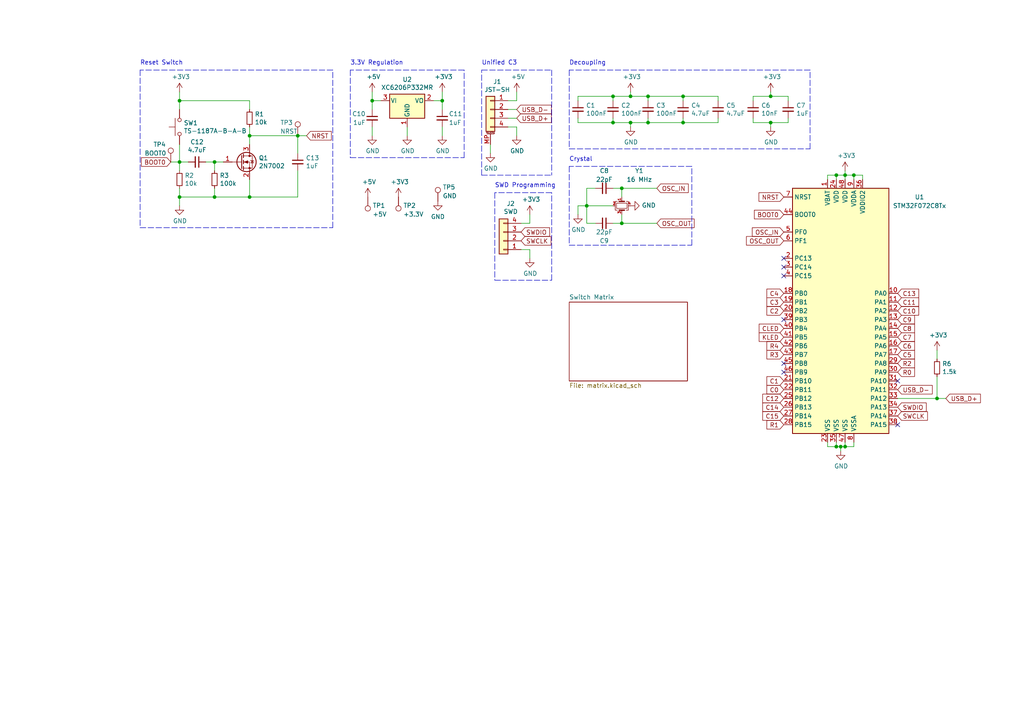
<source format=kicad_sch>
(kicad_sch (version 20211123) (generator eeschema)
  (paper "A4")
  (title_block (title "Akihabara 65") (date "2021-12-31") (rev "0.3") (company "Takahashi Kanako"))
  (lib_symbols
    (symbol "Connector:TestPoint" (pin_numbers hide) (pin_names (offset 0.762) hide)
      (property "Reference" "TP" (at 0 6.858 0))
      (property "Value" "TestPoint" (at 0 5.08 0))
      (symbol "TestPoint_0_1"
        (circle (center 0 3.302) (radius 0.762))
      )
      (symbol "TestPoint_1_1"
        (pin passive line (at 0 0 90) (length 2.54) (name "1") (number "1"))
      )
    )
    (symbol "Connector_Generic:Conn_01x04" (pin_names (offset 1.016) hide)
      (property "Reference" "J" (at 0 5.08 0))
      (property "Value" "Conn_01x04" (at 0 -7.62 0))
      (symbol "Conn_01x04_1_1"
        (rectangle (start -1.27 -4.953) (end 0 -5.207) (stroke (width 0.1524)))
        (rectangle (start -1.27 -2.413) (end 0 -2.667) (stroke (width 0.1524)))
        (rectangle (start -1.27 0.127) (end 0 -0.127) (stroke (width 0.1524)))
        (rectangle (start -1.27 2.667) (end 0 2.413) (stroke (width 0.1524)))
        (rectangle (start -1.27 3.81) (end 1.27 -6.35) (stroke (width 0.254)) (fill (type background)))
        (pin passive line (at -5.08 2.54 0) (length 3.81) (name "Pin_1") (number "1"))
        (pin passive line (at -5.08 0 0) (length 3.81) (name "Pin_2") (number "2"))
        (pin passive line (at -5.08 -2.54 0) (length 3.81) (name "Pin_3") (number "3"))
        (pin passive line (at -5.08 -5.08 0) (length 3.81) (name "Pin_4") (number "4"))
      )
    )
    (symbol "Connector_Generic_MountingPin:Conn_01x04_MountingPin" (pin_names (offset 1.016) hide)
      (property "Reference" "J" (at 0 5.08 0))
      (property "Value" "Conn_01x04_MountingPin" (at 1.27 -7.62 0))
      (symbol "Conn_01x04_MountingPin_1_1"
        (rectangle (start -1.27 -4.953) (end 0 -5.207) (stroke (width 0.1524)))
        (rectangle (start -1.27 -2.413) (end 0 -2.667) (stroke (width 0.1524)))
        (rectangle (start -1.27 0.127) (end 0 -0.127) (stroke (width 0.1524)))
        (rectangle (start -1.27 2.667) (end 0 2.413) (stroke (width 0.1524)))
        (rectangle (start -1.27 3.81) (end 1.27 -6.35) (stroke (width 0.254)) (fill (type background)))
        (polyline (pts (xy -1.016 -7.112) (xy 1.016 -7.112)) (stroke (width 0.1524)))
        (text "Mounting" (at 0 -6.731 0) (effects (font (size 0.381 0.381))))
        (pin passive line (at -5.08 2.54 0) (length 3.81) (name "Pin_1") (number "1"))
        (pin passive line (at -5.08 0 0) (length 3.81) (name "Pin_2") (number "2"))
        (pin passive line (at -5.08 -2.54 0) (length 3.81) (name "Pin_3") (number "3"))
        (pin passive line (at -5.08 -5.08 0) (length 3.81) (name "Pin_4") (number "4"))
        (pin passive line (at 0 -10.16 90) (length 3.048) (name "MountPin") (number "MP"))
      )
    )
    (symbol "Device:C_Small" (pin_numbers hide) (pin_names (offset 0.254) hide)
      (property "Reference" "C" (at 0.254 1.778 0))
      (property "Value" "C_Small" (at 0.254 -2.032 0))
      (symbol "C_Small_0_1"
        (polyline (pts (xy -1.524 -0.508) (xy 1.524 -0.508)) (stroke (width 0.3302)))
        (polyline (pts (xy -1.524 0.508) (xy 1.524 0.508)) (stroke (width 0.3048)))
      )
      (symbol "C_Small_1_1"
        (pin passive line (at 0 2.54 270) (length 2.032) (name "~") (number "1"))
        (pin passive line (at 0 -2.54 90) (length 2.032) (name "~") (number "2"))
      )
    )
    (symbol "Device:Crystal_GND24_Small" (pin_names (offset 1.016) hide)
      (property "Reference" "Y" (at 1.27 4.445 0))
      (property "Value" "Crystal_GND24_Small" (at 1.27 2.54 0))
      (symbol "Crystal_GND24_Small_0_1"
        (rectangle (start -0.762 -1.524) (end 0.762 1.524))
        (polyline (pts (xy -1.27 -0.762) (xy -1.27 0.762)) (stroke (width 0.381)))
        (polyline (pts (xy 1.27 -0.762) (xy 1.27 0.762)) (stroke (width 0.381)))
        (polyline (pts (xy -1.27 -1.27) (xy -1.27 -1.905) (xy 1.27 -1.905) (xy 1.27 -1.27)))
        (polyline (pts (xy -1.27 1.27) (xy -1.27 1.905) (xy 1.27 1.905) (xy 1.27 1.27)))
      )
      (symbol "Crystal_GND24_Small_1_1"
        (pin passive line (at -2.54 0 0) (length 1.27) (name "1") (number "1"))
        (pin passive line (at 0 -2.54 90) (length 0.635) (name "2") (number "2"))
        (pin passive line (at 2.54 0 180) (length 1.27) (name "3") (number "3"))
        (pin passive line (at 0 2.54 270) (length 0.635) (name "4") (number "4"))
      )
    )
    (symbol "Device:Q_NMOS_GSD" (pin_names (offset 0) hide)
      (property "Reference" "Q" (at 5.08 1.27 0))
      (property "Value" "Q_NMOS_GSD" (at 5.08 -1.27 0))
      (symbol "Q_NMOS_GSD_0_1"
        (polyline (pts (xy 0.254 0) (xy -2.54 0)))
        (polyline (pts (xy 0.254 1.905) (xy 0.254 -1.905)) (stroke (width 0.254)))
        (polyline (pts (xy 0.762 -1.27) (xy 0.762 -2.286)) (stroke (width 0.254)))
        (polyline (pts (xy 0.762 0.508) (xy 0.762 -0.508)) (stroke (width 0.254)))
        (polyline (pts (xy 0.762 2.286) (xy 0.762 1.27)) (stroke (width 0.254)))
        (polyline (pts (xy 2.54 2.54) (xy 2.54 1.778)))
        (polyline (pts (xy 2.54 -2.54) (xy 2.54 0) (xy 0.762 0)))
        (polyline (pts (xy 0.762 -1.778) (xy 3.302 -1.778) (xy 3.302 1.778) (xy 0.762 1.778)))
        (polyline (pts (xy 1.016 0) (xy 2.032 0.381) (xy 2.032 -0.381) (xy 1.016 0)) (fill (type outline)))
        (polyline (pts (xy 2.794 0.508) (xy 2.921 0.381) (xy 3.683 0.381) (xy 3.81 0.254)))
        (polyline (pts (xy 3.302 0.381) (xy 2.921 -0.254) (xy 3.683 -0.254) (xy 3.302 0.381)))
        (circle (center 1.651 0) (radius 2.794) (stroke (width 0.254)))
        (circle (center 2.54 -1.778) (radius 0.254) (fill (type outline)))
        (circle (center 2.54 1.778) (radius 0.254) (fill (type outline)))
      )
      (symbol "Q_NMOS_GSD_1_1"
        (pin input line (at -5.08 0 0) (length 2.54) (name "G") (number "1"))
        (pin passive line (at 2.54 -5.08 90) (length 2.54) (name "S") (number "2"))
        (pin passive line (at 2.54 5.08 270) (length 2.54) (name "D") (number "3"))
      )
    )
    (symbol "Device:R_Small" (pin_numbers hide) (pin_names (offset 0.254) hide)
      (property "Reference" "R" (at 0.762 0.508 0))
      (property "Value" "R_Small" (at 0.762 -1.016 0))
      (symbol "R_Small_0_1"
        (rectangle (start -0.762 1.778) (end 0.762 -1.778) (stroke (width 0.2032)))
      )
      (symbol "R_Small_1_1"
        (pin passive line (at 0 2.54 270) (length 0.762) (name "~") (number "1"))
        (pin passive line (at 0 -2.54 90) (length 0.762) (name "~") (number "2"))
      )
    )
    (symbol "MCU_ST_STM32F0:STM32F072C8Tx"
      (property "Reference" "U" (at -15.24 36.83 0))
      (property "Value" "STM32F072C8Tx" (at 7.62 36.83 0))
      (symbol "STM32F072C8Tx_0_1"
        (rectangle (start -15.24 -35.56) (end 12.7 35.56) (stroke (width 0.254)) (fill (type background)))
      )
      (symbol "STM32F072C8Tx_1_1"
        (pin power_in line (at -5.08 38.1 270) (length 2.54) (name "VBAT") (number "1"))
        (pin bidirectional line (at 15.24 5.08 180) (length 2.54) (name "PA0") (number "10"))
        (pin bidirectional line (at 15.24 2.54 180) (length 2.54) (name "PA1") (number "11"))
        (pin bidirectional line (at 15.24 0 180) (length 2.54) (name "PA2") (number "12"))
        (pin bidirectional line (at 15.24 -2.54 180) (length 2.54) (name "PA3") (number "13"))
        (pin bidirectional line (at 15.24 -5.08 180) (length 2.54) (name "PA4") (number "14"))
        (pin bidirectional line (at 15.24 -7.62 180) (length 2.54) (name "PA5") (number "15"))
        (pin bidirectional line (at 15.24 -10.16 180) (length 2.54) (name "PA6") (number "16"))
        (pin bidirectional line (at 15.24 -12.7 180) (length 2.54) (name "PA7") (number "17"))
        (pin bidirectional line (at -17.78 5.08 0) (length 2.54) (name "PB0") (number "18"))
        (pin bidirectional line (at -17.78 2.54 0) (length 2.54) (name "PB1") (number "19"))
        (pin bidirectional line (at -17.78 15.24 0) (length 2.54) (name "PC13") (number "2"))
        (pin bidirectional line (at -17.78 0 0) (length 2.54) (name "PB2") (number "20"))
        (pin bidirectional line (at -17.78 -20.32 0) (length 2.54) (name "PB10") (number "21"))
        (pin bidirectional line (at -17.78 -22.86 0) (length 2.54) (name "PB11") (number "22"))
        (pin power_in line (at -5.08 -38.1 90) (length 2.54) (name "VSS") (number "23"))
        (pin power_in line (at -2.54 38.1 270) (length 2.54) (name "VDD") (number "24"))
        (pin bidirectional line (at -17.78 -25.4 0) (length 2.54) (name "PB12") (number "25"))
        (pin bidirectional line (at -17.78 -27.94 0) (length 2.54) (name "PB13") (number "26"))
        (pin bidirectional line (at -17.78 -30.48 0) (length 2.54) (name "PB14") (number "27"))
        (pin bidirectional line (at -17.78 -33.02 0) (length 2.54) (name "PB15") (number "28"))
        (pin bidirectional line (at 15.24 -15.24 180) (length 2.54) (name "PA8") (number "29"))
        (pin bidirectional line (at -17.78 12.7 0) (length 2.54) (name "PC14") (number "3"))
        (pin bidirectional line (at 15.24 -17.78 180) (length 2.54) (name "PA9") (number "30"))
        (pin bidirectional line (at 15.24 -20.32 180) (length 2.54) (name "PA10") (number "31"))
        (pin bidirectional line (at 15.24 -22.86 180) (length 2.54) (name "PA11") (number "32"))
        (pin bidirectional line (at 15.24 -25.4 180) (length 2.54) (name "PA12") (number "33"))
        (pin bidirectional line (at 15.24 -27.94 180) (length 2.54) (name "PA13") (number "34"))
        (pin power_in line (at -2.54 -38.1 90) (length 2.54) (name "VSS") (number "35"))
        (pin power_in line (at 5.08 38.1 270) (length 2.54) (name "VDDIO2") (number "36"))
        (pin bidirectional line (at 15.24 -30.48 180) (length 2.54) (name "PA14") (number "37"))
        (pin bidirectional line (at 15.24 -33.02 180) (length 2.54) (name "PA15") (number "38"))
        (pin bidirectional line (at -17.78 -2.54 0) (length 2.54) (name "PB3") (number "39"))
        (pin bidirectional line (at -17.78 10.16 0) (length 2.54) (name "PC15") (number "4"))
        (pin bidirectional line (at -17.78 -5.08 0) (length 2.54) (name "PB4") (number "40"))
        (pin bidirectional line (at -17.78 -7.62 0) (length 2.54) (name "PB5") (number "41"))
        (pin bidirectional line (at -17.78 -10.16 0) (length 2.54) (name "PB6") (number "42"))
        (pin bidirectional line (at -17.78 -12.7 0) (length 2.54) (name "PB7") (number "43"))
        (pin input line (at -17.78 27.94 0) (length 2.54) (name "BOOT0") (number "44"))
        (pin bidirectional line (at -17.78 -15.24 0) (length 2.54) (name "PB8") (number "45"))
        (pin bidirectional line (at -17.78 -17.78 0) (length 2.54) (name "PB9") (number "46"))
        (pin power_in line (at 0 -38.1 90) (length 2.54) (name "VSS") (number "47"))
        (pin power_in line (at 0 38.1 270) (length 2.54) (name "VDD") (number "48"))
        (pin input line (at -17.78 22.86 0) (length 2.54) (name "PF0") (number "5"))
        (pin input line (at -17.78 20.32 0) (length 2.54) (name "PF1") (number "6"))
        (pin input line (at -17.78 33.02 0) (length 2.54) (name "NRST") (number "7"))
        (pin power_in line (at 2.54 -38.1 90) (length 2.54) (name "VSSA") (number "8"))
        (pin power_in line (at 2.54 38.1 270) (length 2.54) (name "VDDA") (number "9"))
      )
    )
    (symbol "Regulator_Linear:XC6206PxxxMR" (pin_names (offset 0.254))
      (property "Reference" "U" (at -3.81 3.175 0))
      (property "Value" "XC6206PxxxMR" (at 0 3.175 0))
      (symbol "XC6206PxxxMR_0_1"
        (rectangle (start -5.08 1.905) (end 5.08 -5.08) (stroke (width 0.254)) (fill (type background)))
      )
      (symbol "XC6206PxxxMR_1_1"
        (pin power_in line (at 0 -7.62 90) (length 2.54) (name "GND") (number "1"))
        (pin power_out line (at 7.62 0 180) (length 2.54) (name "VO") (number "2"))
        (pin power_in line (at -7.62 0 0) (length 2.54) (name "VI") (number "3"))
      )
    )
    (symbol "Switch:SW_Push" (pin_numbers hide) (pin_names (offset 1.016) hide)
      (property "Reference" "SW" (at 1.27 2.54 0))
      (property "Value" "SW_Push" (at 0 -1.524 0))
      (symbol "SW_Push_0_1"
        (circle (center -2.032 0) (radius 0.508))
        (polyline (pts (xy 0 1.27) (xy 0 3.048)))
        (polyline (pts (xy 2.54 1.27) (xy -2.54 1.27)))
        (circle (center 2.032 0) (radius 0.508))
        (pin passive line (at -5.08 0 0) (length 2.54) (name "1") (number "1"))
        (pin passive line (at 5.08 0 180) (length 2.54) (name "2") (number "2"))
      )
    )
    (symbol "power:+3V3" (power) (pin_names (offset 0))
      (property "Value" "+3V3" (at 0 3.556 0))
      (symbol "+3V3_0_1"
        (polyline (pts (xy -0.762 1.27) (xy 0 2.54)))
        (polyline (pts (xy 0 0) (xy 0 2.54)))
        (polyline (pts (xy 0 2.54) (xy 0.762 1.27)))
      )
      (symbol "+3V3_1_1"
        (pin power_in line (at 0 0 90) (length 0) hide (name "+3V3") (number "1"))
      )
    )
    (symbol "power:+5V" (power) (pin_names (offset 0))
      (property "Value" "+5V" (at 0 3.556 0))
      (symbol "+5V_0_1"
        (polyline (pts (xy -0.762 1.27) (xy 0 2.54)))
        (polyline (pts (xy 0 0) (xy 0 2.54)))
        (polyline (pts (xy 0 2.54) (xy 0.762 1.27)))
      )
      (symbol "+5V_1_1"
        (pin power_in line (at 0 0 90) (length 0) hide (name "+5V") (number "1"))
      )
    )
    (symbol "power:GND" (power) (pin_names (offset 0))
      (property "Value" "GND" (at 0 -3.81 0))
      (symbol "GND_0_1"
        (polyline (pts (xy 0 0) (xy 0 -1.27) (xy 1.27 -1.27) (xy 0 -2.54) (xy -1.27 -1.27) (xy 0 -1.27)))
      )
      (symbol "GND_1_1"
        (pin power_in line (at 0 0 270) (length 0) hide (name "GND") (number "1"))
      )
    )
  )
  (junction (at 245.11 50.8))
  (junction (at 52.07 29.21))
  (junction (at 198.12 35.56))
  (junction (at 243.84 129.54))
  (junction (at 245.11 129.54))
  (junction (at 128.27 29.21))
  (junction (at 223.52 35.56))
  (junction (at 182.88 35.56))
  (junction (at 62.23 57.15))
  (junction (at 242.57 50.8))
  (junction (at 187.96 27.94))
  (junction (at 180.34 64.77))
  (junction (at 52.07 57.15))
  (junction (at 72.39 57.15))
  (junction (at 107.95 29.21))
  (junction (at 72.39 39.37))
  (junction (at 177.8 35.56))
  (junction (at 187.96 35.56))
  (junction (at 62.23 46.99))
  (junction (at 52.07 46.99))
  (junction (at 247.65 50.8))
  (junction (at 182.88 27.94))
  (junction (at 198.12 27.94))
  (junction (at 170.18 59.69))
  (junction (at 223.52 27.94))
  (junction (at 177.8 27.94))
  (junction (at 86.36 39.37))
  (junction (at 271.78 115.57))
  (junction (at 242.57 129.54))
  (junction (at 180.34 54.61))
  (no_connect (at 260.35 110.49))
  (no_connect (at 260.35 123.19))
  (no_connect (at 227.33 107.95))
  (no_connect (at 227.33 105.41))
  (no_connect (at 227.33 74.93))
  (no_connect (at 227.33 80.01))
  (no_connect (at 227.33 77.47))
  (no_connect (at 227.33 92.71))
  (wire (pts (xy 167.64 59.69) (xy 167.64 62.23)))
  (wire (pts (xy 62.23 57.15) (xy 62.23 54.61)))
  (wire (pts (xy 245.11 50.8) (xy 245.11 52.07)))
  (wire (pts (xy 167.64 29.21) (xy 167.64 27.94)))
  (wire (pts (xy 177.8 64.77) (xy 180.34 64.77)))
  (wire (pts (xy 62.23 46.99) (xy 62.23 49.53)))
  (wire (pts (xy 223.52 27.94) (xy 223.52 26.67)))
  (wire (pts (xy 271.78 109.22) (xy 271.78 115.57)))
  (wire (pts (xy 218.44 27.94) (xy 223.52 27.94)))
  (wire (pts (xy 182.88 27.94) (xy 187.96 27.94)))
  (polyline (pts (xy 134.62 20.32) (xy 101.6 20.32)))
  (wire (pts (xy 223.52 35.56) (xy 228.6 35.56)))
  (wire (pts (xy 271.78 104.14) (xy 271.78 101.6)))
  (wire (pts (xy 128.27 29.21) (xy 128.27 31.75)))
  (wire (pts (xy 243.84 129.54) (xy 245.11 129.54)))
  (wire (pts (xy 218.44 29.21) (xy 218.44 27.94)))
  (wire (pts (xy 128.27 39.37) (xy 128.27 36.83)))
  (wire (pts (xy 182.88 36.83) (xy 182.88 35.56)))
  (wire (pts (xy 86.36 39.37) (xy 86.36 44.45)))
  (wire (pts (xy 177.8 34.29) (xy 177.8 35.56)))
  (polyline (pts (xy 134.62 45.72) (xy 134.62 20.32)))
  (wire (pts (xy 107.95 31.75) (xy 107.95 29.21)))
  (wire (pts (xy 240.03 128.27) (xy 240.03 129.54)))
  (wire (pts (xy 52.07 49.53) (xy 52.07 46.99)))
  (wire (pts (xy 151.13 64.77) (xy 153.67 64.77)))
  (polyline (pts (xy 165.1 43.18) (xy 234.95 43.18)))
  (wire (pts (xy 52.07 41.91) (xy 52.07 46.99)))
  (wire (pts (xy 59.69 46.99) (xy 62.23 46.99)))
  (wire (pts (xy 180.34 57.15) (xy 180.34 54.61)))
  (wire (pts (xy 208.28 35.56) (xy 208.28 34.29)))
  (wire (pts (xy 260.35 115.57) (xy 271.78 115.57)))
  (polyline (pts (xy 96.52 20.32) (xy 40.64 20.32)))
  (wire (pts (xy 49.53 46.99) (xy 52.07 46.99)))
  (wire (pts (xy 240.03 52.07) (xy 240.03 50.8)))
  (wire (pts (xy 149.86 29.21) (xy 149.86 26.67)))
  (polyline (pts (xy 143.51 81.28) (xy 160.02 81.28)))
  (polyline (pts (xy 160.02 81.28) (xy 160.02 55.88)))
  (wire (pts (xy 147.32 29.21) (xy 149.86 29.21)))
  (polyline (pts (xy 139.7 20.32) (xy 160.02 20.32)))
  (wire (pts (xy 52.07 31.75) (xy 52.07 29.21)))
  (wire (pts (xy 245.11 49.53) (xy 245.11 50.8)))
  (wire (pts (xy 198.12 35.56) (xy 208.28 35.56)))
  (wire (pts (xy 72.39 29.21) (xy 72.39 31.75)))
  (wire (pts (xy 72.39 36.83) (xy 72.39 39.37)))
  (wire (pts (xy 198.12 35.56) (xy 198.12 34.29)))
  (wire (pts (xy 72.39 57.15) (xy 86.36 57.15)))
  (polyline (pts (xy 40.64 20.32) (xy 40.64 66.04)))
  (polyline (pts (xy 101.6 20.32) (xy 101.6 45.72)))
  (polyline (pts (xy 165.1 71.12) (xy 200.66 71.12)))
  (wire (pts (xy 187.96 35.56) (xy 198.12 35.56)))
  (wire (pts (xy 187.96 27.94) (xy 187.96 29.21)))
  (wire (pts (xy 170.18 64.77) (xy 172.72 64.77)))
  (wire (pts (xy 240.03 50.8) (xy 242.57 50.8)))
  (wire (pts (xy 177.8 59.69) (xy 170.18 59.69)))
  (wire (pts (xy 177.8 54.61) (xy 180.34 54.61)))
  (wire (pts (xy 167.64 34.29) (xy 167.64 35.56)))
  (wire (pts (xy 52.07 57.15) (xy 62.23 57.15)))
  (polyline (pts (xy 165.1 20.32) (xy 165.1 43.18)))
  (wire (pts (xy 107.95 39.37) (xy 107.95 36.83)))
  (wire (pts (xy 107.95 29.21) (xy 110.49 29.21)))
  (wire (pts (xy 62.23 57.15) (xy 72.39 57.15)))
  (wire (pts (xy 167.64 35.56) (xy 177.8 35.56)))
  (wire (pts (xy 250.19 50.8) (xy 250.19 52.07)))
  (wire (pts (xy 228.6 35.56) (xy 228.6 34.29)))
  (wire (pts (xy 223.52 27.94) (xy 228.6 27.94)))
  (polyline (pts (xy 160.02 55.88) (xy 143.51 55.88)))
  (wire (pts (xy 180.34 54.61) (xy 190.5 54.61)))
  (wire (pts (xy 72.39 39.37) (xy 86.36 39.37)))
  (wire (pts (xy 180.34 62.23) (xy 180.34 64.77)))
  (polyline (pts (xy 101.6 45.72) (xy 134.62 45.72)))
  (wire (pts (xy 243.84 130.81) (xy 243.84 129.54)))
  (wire (pts (xy 153.67 72.39) (xy 153.67 74.93)))
  (polyline (pts (xy 160.02 20.32) (xy 160.02 50.8)))
  (wire (pts (xy 170.18 59.69) (xy 170.18 64.77)))
  (wire (pts (xy 149.86 36.83) (xy 149.86 39.37)))
  (wire (pts (xy 247.65 50.8) (xy 247.65 52.07)))
  (wire (pts (xy 177.8 27.94) (xy 177.8 29.21)))
  (wire (pts (xy 271.78 115.57) (xy 274.32 115.57)))
  (wire (pts (xy 147.32 31.75) (xy 149.86 31.75)))
  (wire (pts (xy 228.6 27.94) (xy 228.6 29.21)))
  (wire (pts (xy 172.72 54.61) (xy 170.18 54.61)))
  (polyline (pts (xy 234.95 20.32) (xy 165.1 20.32)))
  (polyline (pts (xy 139.7 50.8) (xy 160.02 50.8)))
  (wire (pts (xy 198.12 27.94) (xy 198.12 29.21)))
  (wire (pts (xy 177.8 35.56) (xy 182.88 35.56)))
  (wire (pts (xy 147.32 36.83) (xy 149.86 36.83)))
  (polyline (pts (xy 165.1 48.26) (xy 165.1 71.12)))
  (wire (pts (xy 147.32 34.29) (xy 149.86 34.29)))
  (wire (pts (xy 118.11 39.37) (xy 118.11 36.83)))
  (wire (pts (xy 245.11 50.8) (xy 247.65 50.8)))
  (wire (pts (xy 182.88 35.56) (xy 187.96 35.56)))
  (wire (pts (xy 177.8 27.94) (xy 182.88 27.94)))
  (polyline (pts (xy 200.66 48.26) (xy 165.1 48.26)))
  (wire (pts (xy 223.52 36.83) (xy 223.52 35.56)))
  (wire (pts (xy 52.07 26.67) (xy 52.07 29.21)))
  (wire (pts (xy 247.65 129.54) (xy 247.65 128.27)))
  (wire (pts (xy 86.36 57.15) (xy 86.36 49.53)))
  (wire (pts (xy 245.11 129.54) (xy 247.65 129.54)))
  (wire (pts (xy 245.11 129.54) (xy 245.11 128.27)))
  (wire (pts (xy 62.23 46.99) (xy 64.77 46.99)))
  (polyline (pts (xy 234.95 43.18) (xy 234.95 20.32)))
  (wire (pts (xy 242.57 50.8) (xy 242.57 52.07)))
  (wire (pts (xy 52.07 46.99) (xy 54.61 46.99)))
  (polyline (pts (xy 96.52 66.04) (xy 96.52 20.32)))
  (wire (pts (xy 242.57 129.54) (xy 242.57 128.27)))
  (wire (pts (xy 240.03 129.54) (xy 242.57 129.54)))
  (wire (pts (xy 247.65 50.8) (xy 250.19 50.8)))
  (wire (pts (xy 88.9 39.37) (xy 86.36 39.37)))
  (wire (pts (xy 242.57 129.54) (xy 243.84 129.54)))
  (wire (pts (xy 153.67 64.77) (xy 153.67 62.23)))
  (wire (pts (xy 151.13 72.39) (xy 153.67 72.39)))
  (polyline (pts (xy 200.66 71.12) (xy 200.66 48.26)))
  (wire (pts (xy 198.12 27.94) (xy 208.28 27.94)))
  (wire (pts (xy 167.64 27.94) (xy 177.8 27.94)))
  (polyline (pts (xy 40.64 66.04) (xy 96.52 66.04)))
  (wire (pts (xy 242.57 50.8) (xy 245.11 50.8)))
  (polyline (pts (xy 143.51 55.88) (xy 143.51 81.28)))
  (wire (pts (xy 218.44 34.29) (xy 218.44 35.56)))
  (wire (pts (xy 107.95 26.67) (xy 107.95 29.21)))
  (wire (pts (xy 218.44 35.56) (xy 223.52 35.56)))
  (wire (pts (xy 52.07 29.21) (xy 72.39 29.21)))
  (wire (pts (xy 187.96 34.29) (xy 187.96 35.56)))
  (wire (pts (xy 180.34 64.77) (xy 190.5 64.77)))
  (wire (pts (xy 182.88 27.94) (xy 182.88 26.67)))
  (wire (pts (xy 125.73 29.21) (xy 128.27 29.21)))
  (wire (pts (xy 170.18 54.61) (xy 170.18 59.69)))
  (wire (pts (xy 72.39 57.15) (xy 72.39 52.07)))
  (wire (pts (xy 52.07 54.61) (xy 52.07 57.15)))
  (wire (pts (xy 142.24 41.91) (xy 142.24 44.45)))
  (wire (pts (xy 52.07 57.15) (xy 52.07 59.69)))
  (wire (pts (xy 128.27 29.21) (xy 128.27 26.67)))
  (wire (pts (xy 187.96 27.94) (xy 198.12 27.94)))
  (wire (pts (xy 208.28 27.94) (xy 208.28 29.21)))
  (wire (pts (xy 72.39 39.37) (xy 72.39 41.91)))
  (wire (pts (xy 170.18 59.69) (xy 167.64 59.69)))
  (polyline (pts (xy 139.7 50.8) (xy 139.7 20.32)))
  (text "Reset Switch" (at 40.64 19.05 0) (effects (font (size 1.27 1.27)) (justify left bottom)))
  (text "3.3V Regulation" (at 101.6 19.05 0) (effects (font (size 1.27 1.27)) (justify left bottom)))
  (text "SWD Programming" (at 143.51 54.61 0) (effects (font (size 1.27 1.27)) (justify left bottom)))
  (text "Decoupling" (at 165.1 19.05 0) (effects (font (size 1.27 1.27)) (justify left bottom)))
  (text "Crystal" (at 165.1 46.99 0) (effects (font (size 1.27 1.27)) (justify left bottom)))
  (text "Unified C3" (at 139.7 19.05 0) (effects (font (size 1.27 1.27)) (justify left bottom)))
  (global_label "C1" (shape input) (at 227.33 110.49 180) (property "Intersheet References" "${INTERSHEET_REFS}" (effects hide)))
  (global_label "C13" (shape input) (at 260.35 85.09 0) (property "Intersheet References" "${INTERSHEET_REFS}" (effects hide)))
  (global_label "C10" (shape input) (at 260.35 90.17 0) (property "Intersheet References" "${INTERSHEET_REFS}" (effects hide)))
  (global_label "BOOT0" (shape input) (at 227.33 62.23 180) (property "Intersheet References" "${INTERSHEET_REFS}" (effects hide)))
  (global_label "SWCLK" (shape input) (at 260.35 120.65 0) (property "Intersheet References" "${INTERSHEET_REFS}" (effects hide)))
  (global_label "OSC_IN" (shape input) (at 190.5 54.61 0) (property "Intersheet References" "${INTERSHEET_REFS}" (effects hide)))
  (global_label "SWDIO" (shape input) (at 260.35 118.11 0) (property "Intersheet References" "${INTERSHEET_REFS}" (effects hide)))
  (global_label "KLED" (shape input) (at 227.33 97.79 180) (property "Intersheet References" "${INTERSHEET_REFS}" (effects hide)))
  (global_label "R0" (shape input) (at 260.35 107.95 0) (property "Intersheet References" "${INTERSHEET_REFS}" (effects hide)))
  (global_label "C11" (shape input) (at 260.35 87.63 0) (property "Intersheet References" "${INTERSHEET_REFS}" (effects hide)))
  (global_label "C6" (shape input) (at 260.35 100.33 0) (property "Intersheet References" "${INTERSHEET_REFS}" (effects hide)))
  (global_label "OSC_OUT" (shape input) (at 227.33 69.85 180) (property "Intersheet References" "${INTERSHEET_REFS}" (effects hide)))
  (global_label "USB_D-" (shape input) (at 260.35 113.03 0) (property "Intersheet References" "${INTERSHEET_REFS}" (effects hide)))
  (global_label "R2" (shape input) (at 260.35 105.41 0) (property "Intersheet References" "${INTERSHEET_REFS}" (effects hide)))
  (global_label "C8" (shape input) (at 260.35 95.25 0) (property "Intersheet References" "${INTERSHEET_REFS}" (effects hide)))
  (global_label "C2" (shape input) (at 227.33 90.17 180) (property "Intersheet References" "${INTERSHEET_REFS}" (effects hide)))
  (global_label "SWDIO" (shape input) (at 151.13 67.31 0) (property "Intersheet References" "${INTERSHEET_REFS}" (effects hide)))
  (global_label "C14" (shape input) (at 227.33 118.11 180) (property "Intersheet References" "${INTERSHEET_REFS}" (effects hide)))
  (global_label "C9" (shape input) (at 260.35 92.71 0) (property "Intersheet References" "${INTERSHEET_REFS}" (effects hide)))
  (global_label "NRST" (shape input) (at 227.33 57.15 180) (property "Intersheet References" "${INTERSHEET_REFS}" (effects hide)))
  (global_label "C12" (shape input) (at 227.33 115.57 180) (property "Intersheet References" "${INTERSHEET_REFS}" (effects hide)))
  (global_label "C5" (shape input) (at 260.35 102.87 0) (property "Intersheet References" "${INTERSHEET_REFS}" (effects hide)))
  (global_label "SWCLK" (shape input) (at 151.13 69.85 0) (property "Intersheet References" "${INTERSHEET_REFS}" (effects hide)))
  (global_label "OSC_IN" (shape input) (at 227.33 67.31 180) (property "Intersheet References" "${INTERSHEET_REFS}" (effects hide)))
  (global_label "OSC_OUT" (shape input) (at 190.5 64.77 0) (property "Intersheet References" "${INTERSHEET_REFS}" (effects hide)))
  (global_label "USB_D-" (shape input) (at 149.86 31.75 0) (property "Intersheet References" "${INTERSHEET_REFS}" (effects hide)))
  (global_label "C7" (shape input) (at 260.35 97.79 0) (property "Intersheet References" "${INTERSHEET_REFS}" (effects hide)))
  (global_label "CLED" (shape input) (at 227.33 95.25 180) (property "Intersheet References" "${INTERSHEET_REFS}" (effects hide)))
  (global_label "C0" (shape input) (at 227.33 113.03 180) (property "Intersheet References" "${INTERSHEET_REFS}" (effects hide)))
  (global_label "C3" (shape input) (at 227.33 87.63 180) (property "Intersheet References" "${INTERSHEET_REFS}" (effects hide)))
  (global_label "R1" (shape input) (at 227.33 123.19 180) (property "Intersheet References" "${INTERSHEET_REFS}" (effects hide)))
  (global_label "USB_D+" (shape input) (at 149.86 34.29 0) (property "Intersheet References" "${INTERSHEET_REFS}" (effects hide)))
  (global_label "R3" (shape input) (at 227.33 102.87 180) (property "Intersheet References" "${INTERSHEET_REFS}" (effects hide)))
  (global_label "USB_D+" (shape input) (at 274.32 115.57 0) (property "Intersheet References" "${INTERSHEET_REFS}" (effects hide)))
  (global_label "C4" (shape input) (at 227.33 85.09 180) (property "Intersheet References" "${INTERSHEET_REFS}" (effects hide)))
  (global_label "BOOT0" (shape input) (at 49.53 46.99 180) (property "Intersheet References" "${INTERSHEET_REFS}" (effects hide)))
  (global_label "NRST" (shape input) (at 88.9 39.37 0) (property "Intersheet References" "${INTERSHEET_REFS}" (effects hide)))
  (global_label "R4" (shape input) (at 227.33 100.33 180) (property "Intersheet References" "${INTERSHEET_REFS}" (effects hide)))
  (global_label "C15" (shape input) (at 227.33 120.65 180) (property "Intersheet References" "${INTERSHEET_REFS}" (effects hide)))
  (symbol (lib_id "power:+3V3") (at 245.11 49.53 0) (unit 1)
    (property "Reference" "#PWR05" (effects hide))
    (property "Value" "+3V3" (at 245.491 45.1358 0))
  )
  (symbol (lib_id "power:GND") (at 243.84 130.81 0) (unit 1)
    (property "Reference" "#PWR08" (effects hide))
    (property "Value" "GND" (at 243.967 135.2042 0))
  )
  (symbol (lib_id "Device:C_Small") (at 177.8 31.75 0) (unit 1)
    (property "Reference" "C2" (at 180.1368 30.5816 0) (effects (justify left)))
    (property "Value" "100nF" (at 180.1368 32.893 0) (effects (justify left)))
    (property "Footprint" "Capacitor_SMD:C_0805_2012Metric" (effects hide))
    (property "LCSC" "C28233" (effects hide))
  )
  (symbol (lib_id "Device:C_Small") (at 167.64 31.75 0) (unit 1)
    (property "Reference" "C1" (at 169.9768 30.5816 0) (effects (justify left)))
    (property "Value" "100nF" (at 169.9768 32.893 0) (effects (justify left)))
    (property "Footprint" "Capacitor_SMD:C_0805_2012Metric" (effects hide))
    (property "LCSC" "C28233" (effects hide))
  )
  (symbol (lib_id "Device:C_Small") (at 198.12 31.75 0) (unit 1)
    (property "Reference" "C4" (at 200.4568 30.5816 0) (effects (justify left)))
    (property "Value" "4.7uF" (at 200.4568 32.893 0) (effects (justify left)))
    (property "Footprint" "Capacitor_SMD:C_0805_2012Metric" (effects hide))
    (property "LCSC" "C1779" (effects hide))
  )
  (symbol (lib_id "Device:C_Small") (at 187.96 31.75 0) (unit 1)
    (property "Reference" "C3" (at 190.2968 30.5816 0) (effects (justify left)))
    (property "Value" "100nF" (at 190.2968 32.893 0) (effects (justify left)))
    (property "Footprint" "Capacitor_SMD:C_0805_2012Metric" (effects hide))
    (property "LCSC" "C28233" (effects hide))
  )
  (symbol (lib_id "Device:C_Small") (at 218.44 31.75 0) (unit 1)
    (property "Reference" "C6" (at 220.7768 30.5816 0) (effects (justify left)))
    (property "Value" "10nF" (at 220.7768 32.893 0) (effects (justify left)))
    (property "Footprint" "Capacitor_SMD:C_0805_2012Metric" (effects hide))
    (property "LCSC" "C1710" (effects hide))
  )
  (symbol (lib_id "Device:C_Small") (at 228.6 31.75 0) (unit 1)
    (property "Reference" "C7" (at 230.9368 30.5816 0) (effects (justify left)))
    (property "Value" "1uF" (at 230.9368 32.893 0) (effects (justify left)))
    (property "Footprint" "Capacitor_SMD:C_0805_2012Metric" (effects hide))
    (property "LCSC" "0805" (effects hide))
  )
  (symbol (lib_id "power:+3V3") (at 223.52 26.67 0) (unit 1)
    (property "Reference" "#PWR02" (effects hide))
    (property "Value" "+3V3" (at 223.901 22.2758 0))
  )
  (symbol (lib_id "power:+3V3") (at 182.88 26.67 0) (unit 1)
    (property "Reference" "#PWR01" (effects hide))
    (property "Value" "+3V3" (at 183.261 22.2758 0))
  )
  (symbol (lib_id "power:GND") (at 182.88 36.83 0) (unit 1)
    (property "Reference" "#PWR03" (effects hide))
    (property "Value" "GND" (at 183.007 41.2242 0))
  )
  (symbol (lib_id "power:GND") (at 223.52 36.83 0) (unit 1)
    (property "Reference" "#PWR04" (effects hide))
    (property "Value" "GND" (at 223.647 41.2242 0))
  )
  (symbol (lib_id "Connector_Generic:Conn_01x04") (at 146.05 69.85 180) (unit 1)
    (property "Reference" "J2" (at 148.1328 59.055 0))
    (property "Value" "SWD" (at 148.1328 61.3664 0))
    (property "Footprint" "Connector_PinHeader_2.54mm:PinHeader_1x04_P2.54mm_Vertical" (effects hide))
  )
  (symbol (lib_id "MCU_ST_STM32F0:STM32F072C8Tx") (at 245.11 90.17 0) (unit 1)
    (property "Reference" "U1" (at 266.7 57.15 0))
    (property "Value" "STM32F072C8Tx" (at 266.7 59.69 0))
    (property "Footprint" "Package_QFP:LQFP-48_7x7mm_P0.5mm" (effects hide))
    (property "Datasheet" "http://www.st.com/st-web-ui/static/active/en/resource/technical/document/datasheet/DM00090510.pdf" (effects hide))
    (property "LCSC" "C80488" (effects hide))
  )
  (symbol (lib_id "Device:Crystal_GND24_Small") (at 180.34 59.69 270) (unit 1) (in_bom no)
    (property "Reference" "Y1" (at 185.42 49.53 90))
    (property "Value" "16 MHz" (at 185.42 52.07 90))
    (property "Footprint" "Crystal:Crystal_SMD_3225-4Pin_3.2x2.5mm" (effects hide))
    (property "LCSC" "C13738" (effects hide))
  )
  (symbol (lib_id "Device:C_Small") (at 175.26 54.61 270) (unit 1) (in_bom no)
    (property "Reference" "C8" (at 175.26 49.53 90))
    (property "Value" "22pF" (at 175.26 52.07 90))
    (property "Footprint" "Capacitor_SMD:C_0805_2012Metric" (effects hide))
    (property "LCSC" "C1794" (effects hide))
  )
  (symbol (lib_id "Device:C_Small") (at 175.26 64.77 270) (unit 1) (in_bom no)
    (property "Reference" "C9" (at 175.26 69.85 90))
    (property "Value" "22pF" (at 175.26 67.31 90))
    (property "Footprint" "Capacitor_SMD:C_0805_2012Metric" (effects hide))
    (property "LCSC" "C1794" (effects hide))
  )
  (symbol (lib_id "power:GND") (at 153.67 74.93 0) (unit 1)
    (property "Reference" "#PWR0104" (effects hide))
    (property "Value" "GND" (at 153.797 79.3242 0))
  )
  (symbol (lib_id "power:+3V3") (at 153.67 62.23 0) (unit 1)
    (property "Reference" "#PWR0105" (effects hide))
    (property "Value" "+3V3" (at 154.051 57.8358 0))
  )
  (symbol (lib_id "Device:C_Small") (at 208.28 31.75 0) (unit 1)
    (property "Reference" "C5" (at 210.6168 30.5816 0) (effects (justify left)))
    (property "Value" "4.7uF" (at 210.6168 32.893 0) (effects (justify left)))
    (property "Footprint" "Capacitor_SMD:C_0805_2012Metric" (effects hide))
    (property "LCSC" "C1779" (effects hide))
  )
  (symbol (lib_id "power:GND") (at 167.64 62.23 0) (unit 1)
    (property "Reference" "#PWR07" (effects hide))
    (property "Value" "GND" (at 167.767 66.6242 0))
  )
  (symbol (lib_id "power:GND") (at 182.88 59.69 90) (unit 1)
    (property "Reference" "#PWR06" (effects hide))
    (property "Value" "GND" (at 186.1312 59.563 90) (effects (justify right)))
  )
  (symbol (lib_id "Device:R_Small") (at 271.78 106.68 0) (unit 1) (in_bom no)
    (property "Reference" "R6" (at 273.2786 105.5116 0) (effects (justify left)))
    (property "Value" "1.5k" (at 273.2786 107.823 0) (effects (justify left)))
    (property "Footprint" "Resistor_SMD:R_0805_2012Metric" (effects hide))
    (property "LCSC" "C4310" (effects hide))
  )
  (symbol (lib_id "power:+3V3") (at 271.78 101.6 0) (unit 1)
    (property "Reference" "#PWR018" (effects hide))
    (property "Value" "+3V3" (at 272.161 97.2058 0))
  )
  (symbol (lib_id "Connector_Generic_MountingPin:Conn_01x04_MountingPin") (at 142.24 31.75 0) (mirror y) (unit 1)
    (property "Reference" "J1" (at 144.2212 23.6982 0))
    (property "Value" "JST-SH" (at 144.2212 26.0096 0))
    (property "Footprint" "Connector_JST:JST_SH_SM04B-SRSS-TB_1x04-1MP_P1.00mm_Horizontal" (effects hide))
  )
  (symbol (lib_id "power:+5V") (at 149.86 26.67 0) (unit 1)
    (property "Reference" "#PWR011" (effects hide))
    (property "Value" "+5V" (at 150.241 22.2758 0))
  )
  (symbol (lib_id "power:GND") (at 149.86 39.37 0) (unit 1)
    (property "Reference" "#PWR014" (effects hide))
    (property "Value" "GND" (at 149.987 43.7642 0))
  )
  (symbol (lib_id "power:GND") (at 142.24 44.45 0) (unit 1)
    (property "Reference" "#PWR015" (effects hide))
    (property "Value" "GND" (at 142.367 48.8442 0))
  )
  (symbol (lib_id "power:GND") (at 118.11 39.37 0) (unit 1)
    (property "Reference" "#PWR012" (effects hide))
    (property "Value" "GND" (at 118.237 43.7642 0))
  )
  (symbol (lib_id "power:GND") (at 128.27 39.37 0) (unit 1)
    (property "Reference" "#PWR013" (effects hide))
    (property "Value" "GND" (at 128.397 43.7642 0))
  )
  (symbol (lib_id "power:+5V") (at 107.95 26.67 0) (unit 1)
    (property "Reference" "#PWR09" (effects hide))
    (property "Value" "+5V" (at 108.331 22.2758 0))
  )
  (symbol (lib_id "power:+3V3") (at 128.27 26.67 0) (unit 1)
    (property "Reference" "#PWR010" (effects hide))
    (property "Value" "+3V3" (at 128.651 22.2758 0))
  )
  (symbol (lib_id "Device:Q_NMOS_GSD") (at 69.85 46.99 0) (unit 1)
    (property "Reference" "Q1" (at 75.0316 45.8216 0) (effects (justify left)))
    (property "Value" "2N7002" (at 75.0316 48.133 0) (effects (justify left)))
    (property "Footprint" "Package_TO_SOT_SMD:SOT-23" (effects hide))
    (property "LCSC" "C8545" (effects hide))
  )
  (symbol (lib_id "Device:R_Small") (at 52.07 52.07 0) (unit 1)
    (property "Reference" "R2" (at 53.5686 50.9016 0) (effects (justify left)))
    (property "Value" "10k" (at 53.5686 53.213 0) (effects (justify left)))
    (property "Footprint" "Resistor_SMD:R_0805_2012Metric" (effects hide))
    (property "LCSC" "C17414" (effects hide))
  )
  (symbol (lib_id "Device:R_Small") (at 62.23 52.07 0) (unit 1)
    (property "Reference" "R3" (at 63.7286 50.9016 0) (effects (justify left)))
    (property "Value" "100k" (at 63.7286 53.213 0) (effects (justify left)))
    (property "Footprint" "Resistor_SMD:R_0805_2012Metric" (effects hide))
    (property "LCSC" "C17407" (effects hide))
  )
  (symbol (lib_id "Device:R_Small") (at 72.39 34.29 0) (unit 1)
    (property "Reference" "R1" (at 73.8886 33.1216 0) (effects (justify left)))
    (property "Value" "10k" (at 73.8886 35.433 0) (effects (justify left)))
    (property "Footprint" "Resistor_SMD:R_0805_2012Metric" (effects hide))
    (property "LCSC" "C17414" (effects hide))
  )
  (symbol (lib_id "Device:C_Small") (at 57.15 46.99 270) (unit 1)
    (property "Reference" "C12" (at 57.15 41.1734 90))
    (property "Value" "4.7uF" (at 57.15 43.4848 90))
    (property "Footprint" "Capacitor_SMD:C_0805_2012Metric" (effects hide))
    (property "LCSC" "C1779" (effects hide))
  )
  (symbol (lib_id "Device:C_Small") (at 86.36 46.99 0) (unit 1)
    (property "Reference" "C13" (at 88.6968 45.8216 0) (effects (justify left)))
    (property "Value" "1uF" (at 88.6968 48.133 0) (effects (justify left)))
    (property "Footprint" "Capacitor_SMD:C_0805_2012Metric" (effects hide))
    (property "LCSC" "0805" (effects hide))
  )
  (symbol (lib_id "Switch:SW_Push") (at 52.07 36.83 90) (unit 1)
    (property "Reference" "SW1" (at 53.2892 35.6616 90) (effects (justify right)))
    (property "Value" "TS-1187A-B-A-B" (at 53.2892 37.973 90) (effects (justify right)))
    (property "Footprint" "Button_Switch_SMD:SW_SPST_TL3342" (effects hide))
    (property "LCSC" "C318884" (effects hide))
  )
  (symbol (lib_id "power:GND") (at 52.07 59.69 0) (unit 1)
    (property "Reference" "#PWR017" (effects hide))
    (property "Value" "GND" (at 52.197 64.0842 0))
  )
  (symbol (lib_id "power:+3V3") (at 52.07 26.67 0) (unit 1)
    (property "Reference" "#PWR016" (effects hide))
    (property "Value" "+3V3" (at 52.451 22.2758 0))
  )
  (symbol (lib_id "Regulator_Linear:XC6206PxxxMR") (at 118.11 29.21 0) (unit 1)
    (property "Reference" "U2" (at 118.11 23.0632 0))
    (property "Value" "XC6206P332MR" (at 118.11 25.3746 0))
    (property "Footprint" "Package_TO_SOT_SMD:SOT-23" (effects hide))
    (property "Datasheet" "https://www.torexsemi.com/file/xc6206/XC6206.pdf" (effects hide))
    (property "LCSC" "C5446" (effects hide))
  )
  (symbol (lib_id "Device:C_Small") (at 107.95 34.29 0) (unit 1)
    (property "Reference" "C10" (at 106.045 33.02 0) (effects (justify right)))
    (property "Value" "1uF" (at 106.045 35.56 0) (effects (justify right)))
    (property "Footprint" "Capacitor_SMD:C_0805_2012Metric" (effects hide))
    (property "LCSC" "0805" (effects hide))
  )
  (symbol (lib_id "Device:C_Small") (at 128.27 34.29 0) (unit 1)
    (property "Reference" "C11" (at 130.175 33.02 0) (effects (justify left)))
    (property "Value" "1uF" (at 130.175 35.56 0) (effects (justify left)))
    (property "Footprint" "Capacitor_SMD:C_0805_2012Metric" (effects hide))
    (property "LCSC" "0805" (effects hide))
  )
  (symbol (lib_id "power:GND") (at 107.95 39.37 0) (unit 1)
    (property "Reference" "#PWR0103" (effects hide))
    (property "Value" "GND" (at 108.077 43.7642 0))
  )
  (symbol (lib_id "Connector:TestPoint") (at 127 58.42 0) (unit 1)
    (property "Reference" "TP5" (at 128.397 54.2833 0) (effects (justify left)))
    (property "Value" "GND" (at 128.397 56.8202 0) (effects (justify left)))
    (property "Footprint" "TestPoint:TestPoint_Pad_1.0x1.0mm" (effects hide))
  )
  (symbol (lib_id "power:+3V3") (at 115.57 57.15 0) (unit 1)
    (property "Reference" "#PWR0107" (effects hide))
    (property "Value" "+3V3" (at 115.951 52.7558 0))
  )
  (symbol (lib_id "Connector:TestPoint") (at 49.53 46.99 0) (unit 1)
    (property "Reference" "TP4" (at 44.45 41.91 0) (effects (justify left)))
    (property "Value" "BOOT0" (at 41.91 44.45 0) (effects (justify left)))
    (property "Footprint" "TestPoint:TestPoint_Pad_1.0x1.0mm" (effects hide))
  )
  (symbol (lib_id "Connector:TestPoint") (at 115.57 57.15 180) (unit 1)
    (property "Reference" "TP2" (at 116.967 59.6173 0) (effects (justify right)))
    (property "Value" "+3.3V" (at 116.967 62.1542 0) (effects (justify right)))
    (property "Footprint" "TestPoint:TestPoint_Pad_1.0x1.0mm" (effects hide))
  )
  (symbol (lib_id "Connector:TestPoint") (at 86.36 39.37 0) (unit 1)
    (property "Reference" "TP3" (at 81.28 35.56 0) (effects (justify left)))
    (property "Value" "NRST" (at 81.28 38.1 0) (effects (justify left)))
    (property "Footprint" "TestPoint:TestPoint_Pad_1.0x1.0mm" (effects hide))
  )
  (symbol (lib_id "power:GND") (at 127 58.42 0) (unit 1)
    (property "Reference" "#PWR0108" (effects hide))
    (property "Value" "GND" (at 127 62.8634 0))
  )
  (symbol (lib_id "power:+5V") (at 106.68 57.15 0) (unit 1)
    (property "Reference" "#PWR0106" (effects hide))
    (property "Value" "+5V" (at 107.061 52.7558 0))
  )
  (symbol (lib_id "Connector:TestPoint") (at 106.68 57.15 180) (unit 1)
    (property "Reference" "TP1" (at 108.077 59.6173 0) (effects (justify right)))
    (property "Value" "+5V" (at 108.077 62.1542 0) (effects (justify right)))
    (property "Footprint" "TestPoint:TestPoint_Pad_1.0x1.0mm" (effects hide))
  )
  (sheet (at 165.1 87.63) (size 34.29 22.86) (stroke (width 0.1524))
    (property "Sheet name" "Switch Matrix" (at 165.1 86.9184 0) (effects (justify left bottom)))
    (property "Sheet file" "matrix.kicad_sch" (at 165.1 111.0746 0) (effects (justify left top)))
  )
)
</source>
